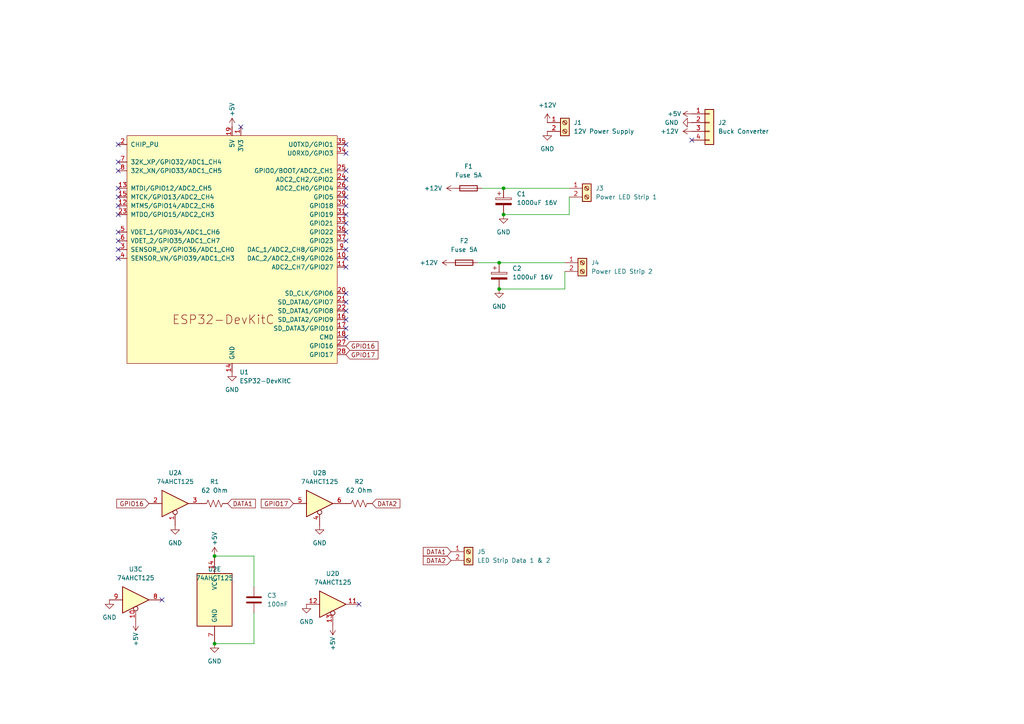
<source format=kicad_sch>
(kicad_sch (version 20250114) (generator "eeschema") (generator_version "9.0")
  (paper "A4")
  (lib_symbols
    (symbol "74xx:74AHCT125" (pin_names (offset 1.016))
      (property "Reference" "U" (at 0 1.27 0))
      (property "Value" "74AHCT125" (at 0 -1.27 0))
      (symbol "74AHCT125_1_0"
        (polyline (pts (xy -3.81 3.81) (xy -3.81 -3.81) (xy 3.81 0) (xy -3.81 3.81)) (stroke (width 0.254)) (fill (type background)))
        (pin input line (at -7.62 0 0) (length 3.81) (name "~") (number "2"))
        (pin input inverted (at 0 -6.35 90) (length 4.445) (name "~") (number "1"))
        (pin tri_state line (at 7.62 0 180) (length 3.81) (name "~") (number "3"))
      )
      (symbol "74AHCT125_2_0"
        (polyline (pts (xy -3.81 3.81) (xy -3.81 -3.81) (xy 3.81 0) (xy -3.81 3.81)) (stroke (width 0.254)) (fill (type background)))
        (pin input line (at -7.62 0 0) (length 3.81) (name "~") (number "5"))
        (pin input inverted (at 0 -6.35 90) (length 4.445) (name "~") (number "4"))
        (pin tri_state line (at 7.62 0 180) (length 3.81) (name "~") (number "6"))
      )
      (symbol "74AHCT125_3_0"
        (polyline (pts (xy -3.81 3.81) (xy -3.81 -3.81) (xy 3.81 0) (xy -3.81 3.81)) (stroke (width 0.254)) (fill (type background)))
        (pin input line (at -7.62 0 0) (length 3.81) (name "~") (number "9"))
        (pin input inverted (at 0 -6.35 90) (length 4.445) (name "~") (number "10"))
        (pin tri_state line (at 7.62 0 180) (length 3.81) (name "~") (number "8"))
      )
      (symbol "74AHCT125_4_0"
        (polyline (pts (xy -3.81 3.81) (xy -3.81 -3.81) (xy 3.81 0) (xy -3.81 3.81)) (stroke (width 0.254)) (fill (type background)))
        (pin input line (at -7.62 0 0) (length 3.81) (name "~") (number "12"))
        (pin input inverted (at 0 -6.35 90) (length 4.445) (name "~") (number "13"))
        (pin tri_state line (at 7.62 0 180) (length 3.81) (name "~") (number "11"))
      )
      (symbol "74AHCT125_5_0"
        (pin power_in line (at 0 12.7 270) (length 5.08) (name "VCC") (number "14"))
        (pin power_in line (at 0 -12.7 90) (length 5.08) (name "GND") (number "7"))
      )
      (symbol "74AHCT125_5_1"
        (rectangle (start -5.08 7.62) (end 5.08 -7.62) (stroke (width 0.254)) (fill (type background)))
      )
    )
    (symbol "Connector:Screw_Terminal_01x02" (pin_names (offset 1.016) (hide yes))
      (property "Reference" "J" (at 0 2.54 0))
      (property "Value" "Screw_Terminal_01x02" (at 0 -5.08 0))
      (symbol "Screw_Terminal_01x02_1_1"
        (rectangle (start -1.27 1.27) (end 1.27 -3.81) (stroke (width 0.254)) (fill (type background)))
        (polyline (pts (xy -0.5334 0.3302) (xy 0.3302 -0.508)) (stroke (width 0.1524)))
        (polyline (pts (xy -0.5334 -2.2098) (xy 0.3302 -3.048)) (stroke (width 0.1524)))
        (polyline (pts (xy -0.3556 0.508) (xy 0.508 -0.3302)) (stroke (width 0.1524)))
        (polyline (pts (xy -0.3556 -2.032) (xy 0.508 -2.8702)) (stroke (width 0.1524)))
        (circle (center 0 0) (radius 0.635) (stroke (width 0.1524)))
        (circle (center 0 -2.54) (radius 0.635) (stroke (width 0.1524)))
        (pin passive line (at -5.08 0 0) (length 3.81) (name "Pin_1") (number "1"))
        (pin passive line (at -5.08 -2.54 0) (length 3.81) (name "Pin_2") (number "2"))
      )
    )
    (symbol "Connector_Generic:Conn_01x04" (pin_names (offset 1.016) (hide yes))
      (property "Reference" "J" (at 0 5.08 0))
      (property "Value" "Conn_01x04" (at 0 -7.62 0))
      (symbol "Conn_01x04_1_1"
        (rectangle (start -1.27 3.81) (end 1.27 -6.35) (stroke (width 0.254)) (fill (type background)))
        (rectangle (start -1.27 2.667) (end 0 2.413) (stroke (width 0.1524)))
        (rectangle (start -1.27 0.127) (end 0 -0.127) (stroke (width 0.1524)))
        (rectangle (start -1.27 -2.413) (end 0 -2.667) (stroke (width 0.1524)))
        (rectangle (start -1.27 -4.953) (end 0 -5.207) (stroke (width 0.1524)))
        (pin passive line (at -5.08 2.54 0) (length 3.81) (name "Pin_1") (number "1"))
        (pin passive line (at -5.08 0 0) (length 3.81) (name "Pin_2") (number "2"))
        (pin passive line (at -5.08 -2.54 0) (length 3.81) (name "Pin_3") (number "3"))
        (pin passive line (at -5.08 -5.08 0) (length 3.81) (name "Pin_4") (number "4"))
      )
    )
    (symbol "Device:C" (pin_numbers (hide yes)) (pin_names (offset 0.254))
      (property "Reference" "C" (at 0.635 2.54 0))
      (property "Value" "C" (at 0.635 -2.54 0))
      (symbol "C_0_1"
        (polyline (pts (xy -2.032 0.762) (xy 2.032 0.762)) (stroke (width 0.508)))
        (polyline (pts (xy -2.032 -0.762) (xy 2.032 -0.762)) (stroke (width 0.508)))
      )
      (symbol "C_1_1"
        (pin passive line (at 0 3.81 270) (length 2.794) (name "~") (number "1"))
        (pin passive line (at 0 -3.81 90) (length 2.794) (name "~") (number "2"))
      )
    )
    (symbol "Device:C_Polarized" (pin_numbers (hide yes)) (pin_names (offset 0.254))
      (property "Reference" "C" (at 0.635 2.54 0))
      (property "Value" "C_Polarized" (at 0.635 -2.54 0))
      (symbol "C_Polarized_0_1"
        (rectangle (start -2.286 0.508) (end 2.286 1.016))
        (polyline (pts (xy -1.778 2.286) (xy -0.762 2.286)))
        (polyline (pts (xy -1.27 2.794) (xy -1.27 1.778)))
        (rectangle (start 2.286 -0.508) (end -2.286 -1.016) (fill (type outline)))
      )
      (symbol "C_Polarized_1_1"
        (pin passive line (at 0 3.81 270) (length 2.794) (name "~") (number "1"))
        (pin passive line (at 0 -3.81 90) (length 2.794) (name "~") (number "2"))
      )
    )
    (symbol "Device:Fuse" (pin_numbers (hide yes)) (pin_names (offset 0))
      (property "Reference" "F" (at 2.032 0 90))
      (property "Value" "Fuse" (at -1.905 0 90))
      (symbol "Fuse_0_1"
        (rectangle (start -0.762 -2.54) (end 0.762 2.54) (stroke (width 0.254)))
        (polyline (pts (xy 0 2.54) (xy 0 -2.54)))
      )
      (symbol "Fuse_1_1"
        (pin passive line (at 0 3.81 270) (length 1.27) (name "~") (number "1"))
        (pin passive line (at 0 -3.81 90) (length 1.27) (name "~") (number "2"))
      )
    )
    (symbol "Device:R_US" (pin_numbers (hide yes)) (pin_names (offset 0))
      (property "Reference" "R" (at 2.54 0 90))
      (property "Value" "R_US" (at -2.54 0 90))
      (symbol "R_US_0_1"
        (polyline (pts (xy 0 2.286) (xy 0 2.54)))
        (polyline (pts (xy 0 2.286) (xy 1.016 1.905) (xy 0 1.524) (xy -1.016 1.143) (xy 0 0.762)))
        (polyline (pts (xy 0 0.762) (xy 1.016 0.381) (xy 0 0) (xy -1.016 -0.381) (xy 0 -0.762)))
        (polyline (pts (xy 0 -0.762) (xy 1.016 -1.143) (xy 0 -1.524) (xy -1.016 -1.905) (xy 0 -2.286)))
        (polyline (pts (xy 0 -2.286) (xy 0 -2.54)))
      )
      (symbol "R_US_1_1"
        (pin passive line (at 0 3.81 270) (length 1.27) (name "~") (number "1"))
        (pin passive line (at 0 -3.81 90) (length 1.27) (name "~") (number "2"))
      )
    )
    (symbol "PCM_Espressif:ESP32-DevKitC" (pin_names (offset 1.016))
      (property "Reference" "U" (at -30.48 38.1 0))
      (property "Value" "ESP32-DevKitC" (at -30.48 35.56 0))
      (symbol "ESP32-DevKitC_0_0"
        (text "ESP32-DevKitC" (at -2.54 -20.32 0) (effects (font (size 2.54 2.54))))
        (pin power_in line (at 0 35.56 270) (length 2.54) (name "5V") (number "19"))
        (pin power_in line (at 0 -35.56 90) (length 2.54) (name "GND") (number "14"))
      )
      (symbol "ESP32-DevKitC_0_1"
        (rectangle (start -30.48 33.02) (end 30.48 -33.02) (fill (type background)))
      )
      (symbol "ESP32-DevKitC_1_1"
        (pin input line (at -33.02 30.48 0) (length 2.54) (name "CHIP_PU") (number "2"))
        (pin bidirectional line (at -33.02 25.4 0) (length 2.54) (name "32K_XP/GPIO32/ADC1_CH4") (number "7"))
        (pin bidirectional line (at -33.02 22.86 0) (length 2.54) (name "32K_XN/GPIO33/ADC1_CH5") (number "8"))
        (pin bidirectional line (at -33.02 17.78 0) (length 2.54) (name "MTDI/GPIO12/ADC2_CH5") (number "13"))
        (pin bidirectional line (at -33.02 15.24 0) (length 2.54) (name "MTCK/GPIO13/ADC2_CH4") (number "15"))
        (pin bidirectional line (at -33.02 12.7 0) (length 2.54) (name "MTMS/GPIO14/ADC2_CH6") (number "12"))
        (pin bidirectional line (at -33.02 10.16 0) (length 2.54) (name "MTDO/GPIO15/ADC2_CH3") (number "23"))
        (pin input line (at -33.02 5.08 0) (length 2.54) (name "VDET_1/GPIO34/ADC1_CH6") (number "5"))
        (pin input line (at -33.02 2.54 0) (length 2.54) (name "VDET_2/GPIO35/ADC1_CH7") (number "6"))
        (pin input line (at -33.02 0 0) (length 2.54) (name "SENSOR_VP/GPIO36/ADC1_CH0") (number "3"))
        (pin input line (at -33.02 -2.54 0) (length 2.54) (name "SENSOR_VN/GPIO39/ADC1_CH3") (number "4"))
        (pin passive line (at 0 -35.56 90) (length 2.54) (hide yes) (name "GND") (number "32"))
        (pin passive line (at 0 -35.56 90) (length 2.54) (hide yes) (name "GND") (number "38"))
        (pin power_in line (at 2.54 35.56 270) (length 2.54) (name "3V3") (number "1"))
        (pin bidirectional line (at 33.02 30.48 180) (length 2.54) (name "U0TXD/GPIO1") (number "35"))
        (pin bidirectional line (at 33.02 27.94 180) (length 2.54) (name "U0RXD/GPIO3") (number "34"))
        (pin bidirectional line (at 33.02 22.86 180) (length 2.54) (name "GPIO0/BOOT/ADC2_CH1") (number "25"))
        (pin bidirectional line (at 33.02 20.32 180) (length 2.54) (name "ADC2_CH2/GPIO2") (number "24"))
        (pin bidirectional line (at 33.02 17.78 180) (length 2.54) (name "ADC2_CH0/GPIO4") (number "26"))
        (pin bidirectional line (at 33.02 15.24 180) (length 2.54) (name "GPIO5") (number "29"))
        (pin bidirectional line (at 33.02 12.7 180) (length 2.54) (name "GPIO18") (number "30"))
        (pin bidirectional line (at 33.02 10.16 180) (length 2.54) (name "GPIO19") (number "31"))
        (pin bidirectional line (at 33.02 7.62 180) (length 2.54) (name "GPIO21") (number "33"))
        (pin bidirectional line (at 33.02 5.08 180) (length 2.54) (name "GPIO22") (number "36"))
        (pin bidirectional line (at 33.02 2.54 180) (length 2.54) (name "GPIO23") (number "37"))
        (pin bidirectional line (at 33.02 0 180) (length 2.54) (name "DAC_1/ADC2_CH8/GPIO25") (number "9"))
        (pin bidirectional line (at 33.02 -2.54 180) (length 2.54) (name "DAC_2/ADC2_CH9/GPIO26") (number "10"))
        (pin bidirectional line (at 33.02 -5.08 180) (length 2.54) (name "ADC2_CH7/GPIO27") (number "11"))
        (pin bidirectional line (at 33.02 -12.7 180) (length 2.54) (name "SD_CLK/GPIO6") (number "20"))
        (pin bidirectional line (at 33.02 -15.24 180) (length 2.54) (name "SD_DATA0/GPIO7") (number "21"))
        (pin bidirectional line (at 33.02 -17.78 180) (length 2.54) (name "SD_DATA1/GPIO8") (number "22"))
        (pin bidirectional line (at 33.02 -20.32 180) (length 2.54) (name "SD_DATA2/GPIO9") (number "16"))
        (pin bidirectional line (at 33.02 -22.86 180) (length 2.54) (name "SD_DATA3/GPIO10") (number "17"))
        (pin bidirectional line (at 33.02 -25.4 180) (length 2.54) (name "CMD") (number "18"))
        (pin bidirectional line (at 33.02 -27.94 180) (length 2.54) (name "GPIO16") (number "27"))
        (pin bidirectional line (at 33.02 -30.48 180) (length 2.54) (name "GPIO17") (number "28"))
      )
    )
    (symbol "power:+12V" (power) (pin_numbers (hide yes)) (pin_names (offset 0) (hide yes))
      (property "Value" "+12V" (at 0 3.556 0))
      (symbol "+12V_0_1"
        (polyline (pts (xy -0.762 1.27) (xy 0 2.54)))
        (polyline (pts (xy 0 2.54) (xy 0.762 1.27)))
        (polyline (pts (xy 0 0) (xy 0 2.54)))
      )
      (symbol "+12V_1_1"
        (pin power_in line (at 0 0 90) (length 0) (name "~") (number "1"))
      )
    )
    (symbol "power:+5V" (power) (pin_numbers (hide yes)) (pin_names (offset 0) (hide yes))
      (property "Value" "+5V" (at 0 3.556 0))
      (symbol "+5V_0_1"
        (polyline (pts (xy -0.762 1.27) (xy 0 2.54)))
        (polyline (pts (xy 0 2.54) (xy 0.762 1.27)))
        (polyline (pts (xy 0 0) (xy 0 2.54)))
      )
      (symbol "+5V_1_1"
        (pin power_in line (at 0 0 90) (length 0) (name "~") (number "1"))
      )
    )
    (symbol "power:GND" (power) (pin_numbers (hide yes)) (pin_names (offset 0) (hide yes))
      (property "Value" "GND" (at 0 -3.81 0))
      (symbol "GND_0_1"
        (polyline (pts (xy 0 0) (xy 0 -1.27) (xy 1.27 -1.27) (xy 0 -2.54) (xy -1.27 -1.27) (xy 0 -1.27)))
      )
      (symbol "GND_1_1"
        (pin power_in line (at 0 0 270) (length 0) (name "~") (number "1"))
      )
    )
  )
  (junction (at 144.78 83.82))
  (junction (at 62.23 186.69))
  (junction (at 146.05 54.61))
  (junction (at 144.78 76.2))
  (junction (at 62.23 161.29))
  (junction (at 146.05 62.23))
  (no_connect (at 34.29 59.69))
  (no_connect (at 100.33 72.39))
  (no_connect (at 100.33 57.15))
  (no_connect (at 34.29 57.15))
  (no_connect (at 100.33 69.85))
  (no_connect (at 100.33 64.77))
  (no_connect (at 200.66 40.64))
  (no_connect (at 34.29 72.39))
  (no_connect (at 100.33 67.31))
  (no_connect (at 34.29 46.99))
  (no_connect (at 46.99 173.99))
  (no_connect (at 34.29 49.53))
  (no_connect (at 69.85 36.83))
  (no_connect (at 34.29 67.31))
  (no_connect (at 100.33 44.45))
  (no_connect (at 100.33 97.79))
  (no_connect (at 100.33 52.07))
  (no_connect (at 100.33 62.23))
  (no_connect (at 100.33 41.91))
  (no_connect (at 34.29 62.23))
  (no_connect (at 100.33 85.09))
  (no_connect (at 100.33 49.53))
  (no_connect (at 34.29 41.91))
  (no_connect (at 34.29 69.85))
  (no_connect (at 100.33 59.69))
  (no_connect (at 100.33 54.61))
  (no_connect (at 104.14 175.26))
  (no_connect (at 100.33 74.93))
  (no_connect (at 100.33 90.17))
  (no_connect (at 100.33 95.25))
  (no_connect (at 34.29 54.61))
  (no_connect (at 100.33 77.47))
  (no_connect (at 34.29 74.93))
  (no_connect (at 100.33 87.63))
  (no_connect (at 100.33 92.71))
  (wire (pts (xy 73.66 170.18) (xy 73.66 161.29)))
  (wire (pts (xy 73.66 186.69) (xy 62.23 186.69)))
  (wire (pts (xy 165.1 57.15) (xy 165.1 62.23)))
  (wire (pts (xy 73.66 161.29) (xy 62.23 161.29)))
  (wire (pts (xy 165.1 62.23) (xy 146.05 62.23)))
  (wire (pts (xy 139.7 54.61) (xy 146.05 54.61)))
  (wire (pts (xy 163.83 83.82) (xy 144.78 83.82)))
  (wire (pts (xy 73.66 177.8) (xy 73.66 186.69)))
  (wire (pts (xy 163.83 78.74) (xy 163.83 83.82)))
  (wire (pts (xy 144.78 76.2) (xy 163.83 76.2)))
  (wire (pts (xy 146.05 54.61) (xy 165.1 54.61)))
  (wire (pts (xy 138.43 76.2) (xy 144.78 76.2)))
  (global_label "DATA2" (shape input) (at 107.95 146.05 0) (property "Intersheetrefs" "${INTERSHEET_REFS}" (effects (hide yes))))
  (global_label "DATA1" (shape input) (at 66.04 146.05 0) (property "Intersheetrefs" "${INTERSHEET_REFS}" (effects (hide yes))))
  (global_label "DATA2" (shape input) (at 130.81 162.56 180) (property "Intersheetrefs" "${INTERSHEET_REFS}" (effects (hide yes))))
  (global_label "DATA1" (shape input) (at 130.81 160.02 180) (property "Intersheetrefs" "${INTERSHEET_REFS}" (effects (hide yes))))
  (global_label "GPIO17" (shape input) (at 85.09 146.05 180) (property "Intersheetrefs" "${INTERSHEET_REFS}" (effects (hide yes))))
  (global_label "GPIO16" (shape input) (at 43.18 146.05 180) (property "Intersheetrefs" "${INTERSHEET_REFS}" (effects (hide yes))))
  (global_label "GPIO17" (shape input) (at 100.33 102.87 0) (property "Intersheetrefs" "${INTERSHEET_REFS}" (effects (hide yes))))
  (global_label "GPIO16" (shape input) (at 100.33 100.33 0) (property "Intersheetrefs" "${INTERSHEET_REFS}" (effects (hide yes))))
  (symbol (lib_id "power:+12V") (at 132.08 54.61 90) (unit 1)
    (property "Reference" "#PWR07" (effects (hide yes)))
    (property "Value" "+12V" (at 128.27 54.6099 90) (effects (justify left)))
    (property "Description" "Power symbol creates a global label with name \"+12V\"" (effects (hide yes)))
  )
  (symbol (lib_id "power:+5V") (at 96.52 181.61 180) (unit 1)
    (property "Reference" "#PWR016" (effects (hide yes)))
    (property "Value" "+5V" (at 96.52 186.69 90))
    (property "Description" "Power symbol creates a global label with name \"+5V\"" (effects (hide yes)))
  )
  (symbol (lib_id "power:+12V") (at 130.81 76.2 90) (unit 1)
    (property "Reference" "#PWR08" (effects (hide yes)))
    (property "Value" "+12V" (at 127 76.1999 90) (effects (justify left)))
    (property "Description" "Power symbol creates a global label with name \"+12V\"" (effects (hide yes)))
  )
  (symbol (lib_id "Device:C") (at 73.66 173.99 0) (unit 1)
    (property "Reference" "C3" (at 77.47 172.7199 0) (effects (justify left)))
    (property "Value" "100nF" (at 77.47 175.2599 0) (effects (justify left)))
    (property "Description" "Unpolarized capacitor" (effects (hide yes)))
  )
  (symbol (lib_id "power:GND") (at 62.23 186.69 0) (unit 1)
    (property "Reference" "#PWR013" (effects (hide yes)))
    (property "Value" "GND" (at 62.23 191.77 0))
    (property "Description" "Power symbol creates a global label with name \"GND\" , ground" (effects (hide yes)))
  )
  (symbol (lib_id "74xx:74AHCT125") (at 92.71 146.05 0) (unit 2)
    (property "Reference" "U2" (at 92.71 137.16 0))
    (property "Value" "74AHCT125" (at 92.71 139.7 0))
    (property "Footprint" "Package_DIP:DIP-14_W7.62mm_Socket" (effects (hide yes)))
    (property "Datasheet" "https://www.ti.com/lit/ds/symlink/sn74ahct125.pdf" (effects (hide yes)))
    (property "Description" "Quadruple Bus Buffer Gates With 3-State Outputs" (effects (hide yes)))
  )
  (symbol (lib_id "power:GND") (at 88.9 175.26 0) (unit 1)
    (property "Reference" "#PWR017" (effects (hide yes)))
    (property "Value" "GND" (at 88.9 180.34 0))
    (property "Description" "Power symbol creates a global label with name \"GND\" , ground" (effects (hide yes)))
  )
  (symbol (lib_id "Connector:Screw_Terminal_01x02") (at 135.89 160.02 0) (unit 1)
    (property "Reference" "J5" (at 138.43 160.0199 0) (effects (justify left)))
    (property "Value" "LED Strip Data 1 & 2" (at 138.43 162.5599 0) (effects (justify left)))
    (property "Description" "Generic screw terminal, single row, 01x02, script generated (kicad-library-utils/schlib/autogen/connector/)" (effects (hide yes)))
  )
  (symbol (lib_id "Connector:Screw_Terminal_01x02") (at 168.91 76.2 0) (unit 1)
    (property "Reference" "J4" (at 171.45 76.1999 0) (effects (justify left)))
    (property "Value" "Power LED Strip 2" (at 171.45 78.7399 0) (effects (justify left)))
    (property "Description" "Generic screw terminal, single row, 01x02, script generated (kicad-library-utils/schlib/autogen/connector/)" (effects (hide yes)))
  )
  (symbol (lib_id "power:GND") (at 158.75 38.1 0) (unit 1)
    (property "Reference" "#PWR02" (effects (hide yes)))
    (property "Value" "GND" (at 158.75 43.18 0))
    (property "Description" "Power symbol creates a global label with name \"GND\" , ground" (effects (hide yes)))
  )
  (symbol (lib_id "power:GND") (at 50.8 152.4 0) (unit 1)
    (property "Reference" "#PWR014" (effects (hide yes)))
    (property "Value" "GND" (at 50.8 157.48 0))
    (property "Description" "Power symbol creates a global label with name \"GND\" , ground" (effects (hide yes)))
  )
  (symbol (lib_id "power:+12V") (at 158.75 35.56 0) (unit 1)
    (property "Reference" "#PWR01" (effects (hide yes)))
    (property "Value" "+12V" (at 158.75 30.48 0))
    (property "Description" "Power symbol creates a global label with name \"+12V\"" (effects (hide yes)))
  )
  (symbol (lib_id "74xx:74AHCT125") (at 50.8 146.05 0) (unit 1)
    (property "Reference" "U2" (at 50.8 137.16 0))
    (property "Value" "74AHCT125" (at 50.8 139.7 0))
    (property "Footprint" "Package_DIP:DIP-14_W7.62mm_Socket" (effects (hide yes)))
    (property "Datasheet" "https://www.ti.com/lit/ds/symlink/sn74ahct125.pdf" (effects (hide yes)))
    (property "Description" "Quadruple Bus Buffer Gates With 3-State Outputs" (effects (hide yes)))
  )
  (symbol (lib_id "power:GND") (at 67.31 107.95 0) (unit 1)
    (property "Reference" "#PWR011" (effects (hide yes)))
    (property "Value" "GND" (at 67.31 113.03 0))
    (property "Description" "Power symbol creates a global label with name \"GND\" , ground" (effects (hide yes)))
  )
  (symbol (lib_id "Device:R_US") (at 104.14 146.05 90) (unit 1)
    (property "Reference" "R2" (at 104.14 139.7 90))
    (property "Value" "62 Ohm" (at 104.14 142.24 90))
    (property "Description" "Resistor, US symbol" (effects (hide yes)))
  )
  (symbol (lib_id "Connector_Generic:Conn_01x04") (at 205.74 35.56 0) (unit 1)
    (property "Reference" "J2" (at 208.28 35.5599 0) (effects (justify left)))
    (property "Value" "Buck Converter" (at 208.28 38.0999 0) (effects (justify left)))
    (property "Description" "Generic connector, single row, 01x04, script generated (kicad-library-utils/schlib/autogen/connector/)" (effects (hide yes)))
  )
  (symbol (lib_id "power:+5V") (at 200.66 33.02 90) (unit 1)
    (property "Reference" "#PWR03" (effects (hide yes)))
    (property "Value" "+5V" (at 195.58 33.02 90))
    (property "Description" "Power symbol creates a global label with name \"+5V\"" (effects (hide yes)))
  )
  (symbol (lib_id "Device:C_Polarized") (at 146.05 58.42 0) (unit 1)
    (property "Reference" "C1" (at 149.86 56.2609 0) (effects (justify left)))
    (property "Value" "1000uF 16V" (at 149.86 58.8009 0) (effects (justify left)))
    (property "Description" "Polarized capacitor" (effects (hide yes)))
  )
  (symbol (lib_id "74xx:74AHCT125") (at 96.52 175.26 0) (unit 4)
    (property "Reference" "U2" (at 96.52 166.37 0))
    (property "Value" "74AHCT125" (at 96.52 168.91 0))
    (property "Footprint" "Package_DIP:DIP-14_W7.62mm_Socket" (effects (hide yes)))
    (property "Datasheet" "https://www.ti.com/lit/ds/symlink/sn74ahct125.pdf" (effects (hide yes)))
    (property "Description" "Quadruple Bus Buffer Gates With 3-State Outputs" (effects (hide yes)))
  )
  (symbol (lib_id "Device:C_Polarized") (at 144.78 80.01 0) (unit 1)
    (property "Reference" "C2" (at 148.59 77.8509 0) (effects (justify left)))
    (property "Value" "1000uF 16V" (at 148.59 80.3909 0) (effects (justify left)))
    (property "Description" "Polarized capacitor" (effects (hide yes)))
  )
  (symbol (lib_id "power:+5V") (at 67.31 36.83 0) (unit 1)
    (property "Reference" "#PWR010" (effects (hide yes)))
    (property "Value" "+5V" (at 67.31 31.75 90))
    (property "Description" "Power symbol creates a global label with name \"+5V\"" (effects (hide yes)))
  )
  (symbol (lib_id "power:GND") (at 146.05 62.23 0) (unit 1)
    (property "Reference" "#PWR06" (effects (hide yes)))
    (property "Value" "GND" (at 146.05 67.31 0))
    (property "Description" "Power symbol creates a global label with name \"GND\" , ground" (effects (hide yes)))
  )
  (symbol (lib_id "Device:R_US") (at 62.23 146.05 90) (unit 1)
    (property "Reference" "R1" (at 62.23 139.7 90))
    (property "Value" "62 Ohm" (at 62.23 142.24 90))
    (property "Description" "Resistor, US symbol" (effects (hide yes)))
  )
  (symbol (lib_id "power:GND") (at 200.66 35.56 270) (unit 1)
    (property "Reference" "#PWR04" (effects (hide yes)))
    (property "Value" "GND" (at 196.85 35.5599 90) (effects (justify right)))
    (property "Description" "Power symbol creates a global label with name \"GND\" , ground" (effects (hide yes)))
  )
  (symbol (lib_id "Connector:Screw_Terminal_01x02") (at 163.83 35.56 0) (unit 1)
    (property "Reference" "J1" (at 166.37 35.5599 0) (effects (justify left)))
    (property "Value" "12V Power Supply" (at 166.37 38.0999 0) (effects (justify left)))
    (property "Description" "Generic screw terminal, single row, 01x02, script generated (kicad-library-utils/schlib/autogen/connector/)" (effects (hide yes)))
  )
  (symbol (lib_id "74xx:74AHCT125") (at 39.37 173.99 0) (unit 3)
    (property "Reference" "U3" (at 39.37 165.1 0))
    (property "Value" "74AHCT125" (at 39.37 167.64 0))
    (property "Footprint" "Package_DIP:DIP-14_W7.62mm_Socket" (effects (hide yes)))
    (property "Datasheet" "https://www.ti.com/lit/ds/symlink/sn74ahct125.pdf" (effects (hide yes)))
    (property "Description" "Quadruple Bus Buffer Gates With 3-State Outputs" (effects (hide yes)))
  )
  (symbol (lib_id "Device:Fuse") (at 134.62 76.2 90) (unit 1)
    (property "Reference" "F2" (at 134.62 69.85 90))
    (property "Value" "Fuse 5A" (at 134.62 72.39 90))
    (property "Description" "Fuse" (effects (hide yes)))
  )
  (symbol (lib_id "power:+5V") (at 39.37 180.34 180) (unit 1)
    (property "Reference" "#PWR019" (effects (hide yes)))
    (property "Value" "+5V" (at 39.37 185.42 90))
    (property "Description" "Power symbol creates a global label with name \"+5V\"" (effects (hide yes)))
  )
  (symbol (lib_id "power:+12V") (at 200.66 38.1 90) (unit 1)
    (property "Reference" "#PWR05" (effects (hide yes)))
    (property "Value" "+12V" (at 196.85 38.0999 90) (effects (justify left)))
    (property "Description" "Power symbol creates a global label with name \"+12V\"" (effects (hide yes)))
  )
  (symbol (lib_id "power:GND") (at 92.71 152.4 0) (unit 1)
    (property "Reference" "#PWR015" (effects (hide yes)))
    (property "Value" "GND" (at 92.71 157.48 0))
    (property "Description" "Power symbol creates a global label with name \"GND\" , ground" (effects (hide yes)))
  )
  (symbol (lib_id "Device:Fuse") (at 135.89 54.61 90) (unit 1)
    (property "Reference" "F1" (at 135.89 48.26 90))
    (property "Value" "Fuse 5A" (at 135.89 50.8 90))
    (property "Description" "Fuse" (effects (hide yes)))
  )
  (symbol (lib_id "74xx:74AHCT125") (at 62.23 173.99 0) (unit 5)
    (property "Reference" "U2" (at 62.23 165.1 0))
    (property "Value" "74AHCT125" (at 62.23 167.64 0))
    (property "Footprint" "Package_DIP:DIP-14_W7.62mm_Socket" (effects (hide yes)))
    (property "Datasheet" "https://www.ti.com/lit/ds/symlink/sn74ahct125.pdf" (effects (hide yes)))
    (property "Description" "Quadruple Bus Buffer Gates With 3-State Outputs" (effects (hide yes)))
  )
  (symbol (lib_id "power:GND") (at 31.75 173.99 0) (unit 1)
    (property "Reference" "#PWR018" (effects (hide yes)))
    (property "Value" "GND" (at 31.75 179.07 0))
    (property "Description" "Power symbol creates a global label with name \"GND\" , ground" (effects (hide yes)))
  )
  (symbol (lib_id "Connector:Screw_Terminal_01x02") (at 170.18 54.61 0) (unit 1)
    (property "Reference" "J3" (at 172.72 54.6099 0) (effects (justify left)))
    (property "Value" "Power LED Strip 1" (at 172.72 57.1499 0) (effects (justify left)))
    (property "Description" "Generic screw terminal, single row, 01x02, script generated (kicad-library-utils/schlib/autogen/connector/)" (effects (hide yes)))
  )
  (symbol (lib_id "power:+5V") (at 62.23 161.29 0) (unit 1)
    (property "Reference" "#PWR012" (effects (hide yes)))
    (property "Value" "+5V" (at 62.23 156.21 90))
    (property "Description" "Power symbol creates a global label with name \"+5V\"" (effects (hide yes)))
  )
  (symbol (lib_id "power:GND") (at 144.78 83.82 0) (unit 1)
    (property "Reference" "#PWR09" (effects (hide yes)))
    (property "Value" "GND" (at 144.78 88.9 0))
    (property "Description" "Power symbol creates a global label with name \"GND\" , ground" (effects (hide yes)))
  )
  (symbol (lib_id "PCM_Espressif:ESP32-DevKitC") (at 67.31 72.39 0) (unit 1)
    (property "Reference" "U1" (at 69.4533 107.95 0) (effects (justify left)))
    (property "Value" "ESP32-DevKitC" (at 69.4533 110.49 0) (effects (justify left)))
    (property "Footprint" "PCM_Espressif:ESP32-DevKitC" (effects (hide yes)))
    (property "Datasheet" "https://docs.espressif.com/projects/esp-idf/zh_CN/latest/esp32/hw-reference/esp32/get-started-devkitc.html" (effects (hide yes)))
    (property "Description" "Development Kit" (effects (hide yes)))
  )
)
</source>
